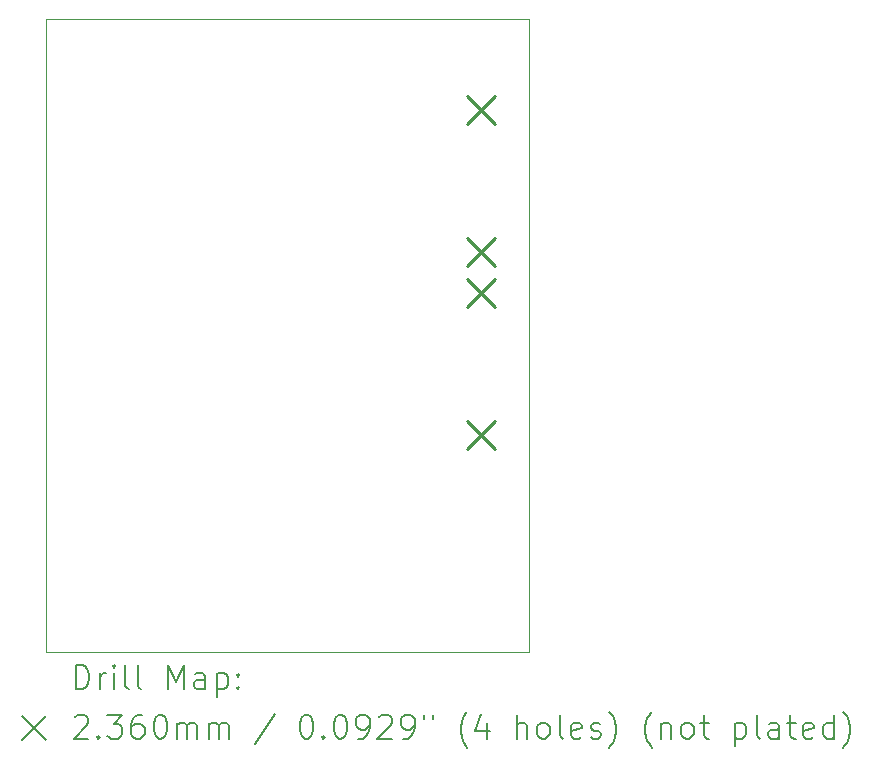
<source format=gbr>
%FSLAX45Y45*%
G04 Gerber Fmt 4.5, Leading zero omitted, Abs format (unit mm)*
G04 Created by KiCad (PCBNEW 6.0.6-3a73a75311~116~ubuntu21.10.1) date 2022-12-30 19:04:23*
%MOMM*%
%LPD*%
G01*
G04 APERTURE LIST*
%TA.AperFunction,Profile*%
%ADD10C,0.100000*%
%TD*%
%ADD11C,0.200000*%
%ADD12C,0.236000*%
G04 APERTURE END LIST*
D10*
X7264400Y-2362200D02*
X11353800Y-2362200D01*
X11353800Y-2362200D02*
X11353800Y-7721600D01*
X11353800Y-7721600D02*
X7264400Y-7721600D01*
X7264400Y-7721600D02*
X7264400Y-2362200D01*
D11*
D12*
X10831200Y-3016800D02*
X11067200Y-3252800D01*
X11067200Y-3016800D02*
X10831200Y-3252800D01*
X10831200Y-4216800D02*
X11067200Y-4452800D01*
X11067200Y-4216800D02*
X10831200Y-4452800D01*
X10831200Y-4566200D02*
X11067200Y-4802200D01*
X11067200Y-4566200D02*
X10831200Y-4802200D01*
X10831200Y-5766200D02*
X11067200Y-6002200D01*
X11067200Y-5766200D02*
X10831200Y-6002200D01*
D11*
X7517019Y-8037076D02*
X7517019Y-7837076D01*
X7564638Y-7837076D01*
X7593209Y-7846600D01*
X7612257Y-7865648D01*
X7621781Y-7884695D01*
X7631305Y-7922790D01*
X7631305Y-7951362D01*
X7621781Y-7989457D01*
X7612257Y-8008505D01*
X7593209Y-8027552D01*
X7564638Y-8037076D01*
X7517019Y-8037076D01*
X7717019Y-8037076D02*
X7717019Y-7903743D01*
X7717019Y-7941838D02*
X7726543Y-7922790D01*
X7736067Y-7913267D01*
X7755114Y-7903743D01*
X7774162Y-7903743D01*
X7840828Y-8037076D02*
X7840828Y-7903743D01*
X7840828Y-7837076D02*
X7831305Y-7846600D01*
X7840828Y-7856124D01*
X7850352Y-7846600D01*
X7840828Y-7837076D01*
X7840828Y-7856124D01*
X7964638Y-8037076D02*
X7945590Y-8027552D01*
X7936067Y-8008505D01*
X7936067Y-7837076D01*
X8069400Y-8037076D02*
X8050352Y-8027552D01*
X8040828Y-8008505D01*
X8040828Y-7837076D01*
X8297971Y-8037076D02*
X8297971Y-7837076D01*
X8364638Y-7979933D01*
X8431305Y-7837076D01*
X8431305Y-8037076D01*
X8612257Y-8037076D02*
X8612257Y-7932314D01*
X8602733Y-7913267D01*
X8583686Y-7903743D01*
X8545590Y-7903743D01*
X8526543Y-7913267D01*
X8612257Y-8027552D02*
X8593210Y-8037076D01*
X8545590Y-8037076D01*
X8526543Y-8027552D01*
X8517019Y-8008505D01*
X8517019Y-7989457D01*
X8526543Y-7970409D01*
X8545590Y-7960886D01*
X8593210Y-7960886D01*
X8612257Y-7951362D01*
X8707495Y-7903743D02*
X8707495Y-8103743D01*
X8707495Y-7913267D02*
X8726543Y-7903743D01*
X8764638Y-7903743D01*
X8783686Y-7913267D01*
X8793210Y-7922790D01*
X8802733Y-7941838D01*
X8802733Y-7998981D01*
X8793210Y-8018028D01*
X8783686Y-8027552D01*
X8764638Y-8037076D01*
X8726543Y-8037076D01*
X8707495Y-8027552D01*
X8888448Y-8018028D02*
X8897971Y-8027552D01*
X8888448Y-8037076D01*
X8878924Y-8027552D01*
X8888448Y-8018028D01*
X8888448Y-8037076D01*
X8888448Y-7913267D02*
X8897971Y-7922790D01*
X8888448Y-7932314D01*
X8878924Y-7922790D01*
X8888448Y-7913267D01*
X8888448Y-7932314D01*
X7059400Y-8266600D02*
X7259400Y-8466600D01*
X7259400Y-8266600D02*
X7059400Y-8466600D01*
X7507495Y-8276124D02*
X7517019Y-8266600D01*
X7536067Y-8257076D01*
X7583686Y-8257076D01*
X7602733Y-8266600D01*
X7612257Y-8276124D01*
X7621781Y-8295171D01*
X7621781Y-8314219D01*
X7612257Y-8342790D01*
X7497971Y-8457076D01*
X7621781Y-8457076D01*
X7707495Y-8438029D02*
X7717019Y-8447552D01*
X7707495Y-8457076D01*
X7697971Y-8447552D01*
X7707495Y-8438029D01*
X7707495Y-8457076D01*
X7783686Y-8257076D02*
X7907495Y-8257076D01*
X7840828Y-8333267D01*
X7869400Y-8333267D01*
X7888448Y-8342790D01*
X7897971Y-8352314D01*
X7907495Y-8371362D01*
X7907495Y-8418981D01*
X7897971Y-8438029D01*
X7888448Y-8447552D01*
X7869400Y-8457076D01*
X7812257Y-8457076D01*
X7793209Y-8447552D01*
X7783686Y-8438029D01*
X8078924Y-8257076D02*
X8040828Y-8257076D01*
X8021781Y-8266600D01*
X8012257Y-8276124D01*
X7993209Y-8304695D01*
X7983686Y-8342790D01*
X7983686Y-8418981D01*
X7993209Y-8438029D01*
X8002733Y-8447552D01*
X8021781Y-8457076D01*
X8059876Y-8457076D01*
X8078924Y-8447552D01*
X8088448Y-8438029D01*
X8097971Y-8418981D01*
X8097971Y-8371362D01*
X8088448Y-8352314D01*
X8078924Y-8342790D01*
X8059876Y-8333267D01*
X8021781Y-8333267D01*
X8002733Y-8342790D01*
X7993209Y-8352314D01*
X7983686Y-8371362D01*
X8221781Y-8257076D02*
X8240828Y-8257076D01*
X8259876Y-8266600D01*
X8269400Y-8276124D01*
X8278924Y-8295171D01*
X8288448Y-8333267D01*
X8288448Y-8380886D01*
X8278924Y-8418981D01*
X8269400Y-8438029D01*
X8259876Y-8447552D01*
X8240828Y-8457076D01*
X8221781Y-8457076D01*
X8202733Y-8447552D01*
X8193209Y-8438029D01*
X8183686Y-8418981D01*
X8174162Y-8380886D01*
X8174162Y-8333267D01*
X8183686Y-8295171D01*
X8193209Y-8276124D01*
X8202733Y-8266600D01*
X8221781Y-8257076D01*
X8374162Y-8457076D02*
X8374162Y-8323743D01*
X8374162Y-8342790D02*
X8383686Y-8333267D01*
X8402733Y-8323743D01*
X8431305Y-8323743D01*
X8450352Y-8333267D01*
X8459876Y-8352314D01*
X8459876Y-8457076D01*
X8459876Y-8352314D02*
X8469400Y-8333267D01*
X8488448Y-8323743D01*
X8517019Y-8323743D01*
X8536067Y-8333267D01*
X8545590Y-8352314D01*
X8545590Y-8457076D01*
X8640829Y-8457076D02*
X8640829Y-8323743D01*
X8640829Y-8342790D02*
X8650352Y-8333267D01*
X8669400Y-8323743D01*
X8697971Y-8323743D01*
X8717019Y-8333267D01*
X8726543Y-8352314D01*
X8726543Y-8457076D01*
X8726543Y-8352314D02*
X8736067Y-8333267D01*
X8755114Y-8323743D01*
X8783686Y-8323743D01*
X8802733Y-8333267D01*
X8812257Y-8352314D01*
X8812257Y-8457076D01*
X9202733Y-8247552D02*
X9031305Y-8504695D01*
X9459876Y-8257076D02*
X9478924Y-8257076D01*
X9497971Y-8266600D01*
X9507495Y-8276124D01*
X9517019Y-8295171D01*
X9526543Y-8333267D01*
X9526543Y-8380886D01*
X9517019Y-8418981D01*
X9507495Y-8438029D01*
X9497971Y-8447552D01*
X9478924Y-8457076D01*
X9459876Y-8457076D01*
X9440829Y-8447552D01*
X9431305Y-8438029D01*
X9421781Y-8418981D01*
X9412257Y-8380886D01*
X9412257Y-8333267D01*
X9421781Y-8295171D01*
X9431305Y-8276124D01*
X9440829Y-8266600D01*
X9459876Y-8257076D01*
X9612257Y-8438029D02*
X9621781Y-8447552D01*
X9612257Y-8457076D01*
X9602733Y-8447552D01*
X9612257Y-8438029D01*
X9612257Y-8457076D01*
X9745590Y-8257076D02*
X9764638Y-8257076D01*
X9783686Y-8266600D01*
X9793210Y-8276124D01*
X9802733Y-8295171D01*
X9812257Y-8333267D01*
X9812257Y-8380886D01*
X9802733Y-8418981D01*
X9793210Y-8438029D01*
X9783686Y-8447552D01*
X9764638Y-8457076D01*
X9745590Y-8457076D01*
X9726543Y-8447552D01*
X9717019Y-8438029D01*
X9707495Y-8418981D01*
X9697971Y-8380886D01*
X9697971Y-8333267D01*
X9707495Y-8295171D01*
X9717019Y-8276124D01*
X9726543Y-8266600D01*
X9745590Y-8257076D01*
X9907495Y-8457076D02*
X9945590Y-8457076D01*
X9964638Y-8447552D01*
X9974162Y-8438029D01*
X9993210Y-8409457D01*
X10002733Y-8371362D01*
X10002733Y-8295171D01*
X9993210Y-8276124D01*
X9983686Y-8266600D01*
X9964638Y-8257076D01*
X9926543Y-8257076D01*
X9907495Y-8266600D01*
X9897971Y-8276124D01*
X9888448Y-8295171D01*
X9888448Y-8342790D01*
X9897971Y-8361838D01*
X9907495Y-8371362D01*
X9926543Y-8380886D01*
X9964638Y-8380886D01*
X9983686Y-8371362D01*
X9993210Y-8361838D01*
X10002733Y-8342790D01*
X10078924Y-8276124D02*
X10088448Y-8266600D01*
X10107495Y-8257076D01*
X10155114Y-8257076D01*
X10174162Y-8266600D01*
X10183686Y-8276124D01*
X10193210Y-8295171D01*
X10193210Y-8314219D01*
X10183686Y-8342790D01*
X10069400Y-8457076D01*
X10193210Y-8457076D01*
X10288448Y-8457076D02*
X10326543Y-8457076D01*
X10345590Y-8447552D01*
X10355114Y-8438029D01*
X10374162Y-8409457D01*
X10383686Y-8371362D01*
X10383686Y-8295171D01*
X10374162Y-8276124D01*
X10364638Y-8266600D01*
X10345590Y-8257076D01*
X10307495Y-8257076D01*
X10288448Y-8266600D01*
X10278924Y-8276124D01*
X10269400Y-8295171D01*
X10269400Y-8342790D01*
X10278924Y-8361838D01*
X10288448Y-8371362D01*
X10307495Y-8380886D01*
X10345590Y-8380886D01*
X10364638Y-8371362D01*
X10374162Y-8361838D01*
X10383686Y-8342790D01*
X10459876Y-8257076D02*
X10459876Y-8295171D01*
X10536067Y-8257076D02*
X10536067Y-8295171D01*
X10831305Y-8533267D02*
X10821781Y-8523743D01*
X10802733Y-8495171D01*
X10793210Y-8476124D01*
X10783686Y-8447552D01*
X10774162Y-8399933D01*
X10774162Y-8361838D01*
X10783686Y-8314219D01*
X10793210Y-8285648D01*
X10802733Y-8266600D01*
X10821781Y-8238028D01*
X10831305Y-8228505D01*
X10993210Y-8323743D02*
X10993210Y-8457076D01*
X10945590Y-8247552D02*
X10897971Y-8390410D01*
X11021781Y-8390410D01*
X11250352Y-8457076D02*
X11250352Y-8257076D01*
X11336067Y-8457076D02*
X11336067Y-8352314D01*
X11326543Y-8333267D01*
X11307495Y-8323743D01*
X11278924Y-8323743D01*
X11259876Y-8333267D01*
X11250352Y-8342790D01*
X11459876Y-8457076D02*
X11440828Y-8447552D01*
X11431305Y-8438029D01*
X11421781Y-8418981D01*
X11421781Y-8361838D01*
X11431305Y-8342790D01*
X11440828Y-8333267D01*
X11459876Y-8323743D01*
X11488448Y-8323743D01*
X11507495Y-8333267D01*
X11517019Y-8342790D01*
X11526543Y-8361838D01*
X11526543Y-8418981D01*
X11517019Y-8438029D01*
X11507495Y-8447552D01*
X11488448Y-8457076D01*
X11459876Y-8457076D01*
X11640828Y-8457076D02*
X11621781Y-8447552D01*
X11612257Y-8428505D01*
X11612257Y-8257076D01*
X11793209Y-8447552D02*
X11774162Y-8457076D01*
X11736067Y-8457076D01*
X11717019Y-8447552D01*
X11707495Y-8428505D01*
X11707495Y-8352314D01*
X11717019Y-8333267D01*
X11736067Y-8323743D01*
X11774162Y-8323743D01*
X11793209Y-8333267D01*
X11802733Y-8352314D01*
X11802733Y-8371362D01*
X11707495Y-8390410D01*
X11878924Y-8447552D02*
X11897971Y-8457076D01*
X11936067Y-8457076D01*
X11955114Y-8447552D01*
X11964638Y-8428505D01*
X11964638Y-8418981D01*
X11955114Y-8399933D01*
X11936067Y-8390410D01*
X11907495Y-8390410D01*
X11888448Y-8380886D01*
X11878924Y-8361838D01*
X11878924Y-8352314D01*
X11888448Y-8333267D01*
X11907495Y-8323743D01*
X11936067Y-8323743D01*
X11955114Y-8333267D01*
X12031305Y-8533267D02*
X12040828Y-8523743D01*
X12059876Y-8495171D01*
X12069400Y-8476124D01*
X12078924Y-8447552D01*
X12088448Y-8399933D01*
X12088448Y-8361838D01*
X12078924Y-8314219D01*
X12069400Y-8285648D01*
X12059876Y-8266600D01*
X12040828Y-8238028D01*
X12031305Y-8228505D01*
X12393209Y-8533267D02*
X12383686Y-8523743D01*
X12364638Y-8495171D01*
X12355114Y-8476124D01*
X12345590Y-8447552D01*
X12336067Y-8399933D01*
X12336067Y-8361838D01*
X12345590Y-8314219D01*
X12355114Y-8285648D01*
X12364638Y-8266600D01*
X12383686Y-8238028D01*
X12393209Y-8228505D01*
X12469400Y-8323743D02*
X12469400Y-8457076D01*
X12469400Y-8342790D02*
X12478924Y-8333267D01*
X12497971Y-8323743D01*
X12526543Y-8323743D01*
X12545590Y-8333267D01*
X12555114Y-8352314D01*
X12555114Y-8457076D01*
X12678924Y-8457076D02*
X12659876Y-8447552D01*
X12650352Y-8438029D01*
X12640828Y-8418981D01*
X12640828Y-8361838D01*
X12650352Y-8342790D01*
X12659876Y-8333267D01*
X12678924Y-8323743D01*
X12707495Y-8323743D01*
X12726543Y-8333267D01*
X12736067Y-8342790D01*
X12745590Y-8361838D01*
X12745590Y-8418981D01*
X12736067Y-8438029D01*
X12726543Y-8447552D01*
X12707495Y-8457076D01*
X12678924Y-8457076D01*
X12802733Y-8323743D02*
X12878924Y-8323743D01*
X12831305Y-8257076D02*
X12831305Y-8428505D01*
X12840828Y-8447552D01*
X12859876Y-8457076D01*
X12878924Y-8457076D01*
X13097971Y-8323743D02*
X13097971Y-8523743D01*
X13097971Y-8333267D02*
X13117019Y-8323743D01*
X13155114Y-8323743D01*
X13174162Y-8333267D01*
X13183686Y-8342790D01*
X13193209Y-8361838D01*
X13193209Y-8418981D01*
X13183686Y-8438029D01*
X13174162Y-8447552D01*
X13155114Y-8457076D01*
X13117019Y-8457076D01*
X13097971Y-8447552D01*
X13307495Y-8457076D02*
X13288448Y-8447552D01*
X13278924Y-8428505D01*
X13278924Y-8257076D01*
X13469400Y-8457076D02*
X13469400Y-8352314D01*
X13459876Y-8333267D01*
X13440828Y-8323743D01*
X13402733Y-8323743D01*
X13383686Y-8333267D01*
X13469400Y-8447552D02*
X13450352Y-8457076D01*
X13402733Y-8457076D01*
X13383686Y-8447552D01*
X13374162Y-8428505D01*
X13374162Y-8409457D01*
X13383686Y-8390410D01*
X13402733Y-8380886D01*
X13450352Y-8380886D01*
X13469400Y-8371362D01*
X13536067Y-8323743D02*
X13612257Y-8323743D01*
X13564638Y-8257076D02*
X13564638Y-8428505D01*
X13574162Y-8447552D01*
X13593209Y-8457076D01*
X13612257Y-8457076D01*
X13755114Y-8447552D02*
X13736067Y-8457076D01*
X13697971Y-8457076D01*
X13678924Y-8447552D01*
X13669400Y-8428505D01*
X13669400Y-8352314D01*
X13678924Y-8333267D01*
X13697971Y-8323743D01*
X13736067Y-8323743D01*
X13755114Y-8333267D01*
X13764638Y-8352314D01*
X13764638Y-8371362D01*
X13669400Y-8390410D01*
X13936067Y-8457076D02*
X13936067Y-8257076D01*
X13936067Y-8447552D02*
X13917019Y-8457076D01*
X13878924Y-8457076D01*
X13859876Y-8447552D01*
X13850352Y-8438029D01*
X13840828Y-8418981D01*
X13840828Y-8361838D01*
X13850352Y-8342790D01*
X13859876Y-8333267D01*
X13878924Y-8323743D01*
X13917019Y-8323743D01*
X13936067Y-8333267D01*
X14012257Y-8533267D02*
X14021781Y-8523743D01*
X14040828Y-8495171D01*
X14050352Y-8476124D01*
X14059876Y-8447552D01*
X14069400Y-8399933D01*
X14069400Y-8361838D01*
X14059876Y-8314219D01*
X14050352Y-8285648D01*
X14040828Y-8266600D01*
X14021781Y-8238028D01*
X14012257Y-8228505D01*
M02*

</source>
